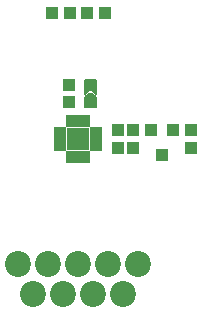
<source format=gbr>
%FSLAX34Y34*%
%MOMM*%
%LNSOLDERMASK_TOP*%
G71*
G01*
%ADD10R, 1.000X0.500*%
%ADD11R, 0.500X1.000*%
%ADD12C, 2.200*%
%ADD13R, 1.000X1.000*%
%ADD14R, 1.900X1.900*%
%ADD15R, 1.000X1.099*%
%ADD16C, 0.200*%
%LPD*%
X15002Y-2500D02*
G54D10*
D03*
X15002Y-7502D02*
G54D10*
D03*
X15002Y2501D02*
G54D10*
D03*
X-15000Y-2500D02*
G54D10*
D03*
X-15000Y-7502D02*
G54D10*
D03*
X-15001Y2501D02*
G54D10*
D03*
X2501Y-15002D02*
G54D11*
D03*
X7502Y-15002D02*
G54D11*
D03*
G36*
X-20000Y10001D02*
X-10000Y10001D01*
X-10000Y5001D01*
X-20000Y5001D01*
X-20000Y10001D01*
G37*
X-2500Y-15001D02*
G54D11*
D03*
X-7499Y-15001D02*
G54D11*
D03*
X2501Y15001D02*
G54D11*
D03*
X7502Y15002D02*
G54D11*
D03*
X15002Y7501D02*
G54D10*
D03*
X-2500Y15001D02*
G54D11*
D03*
X-7499Y15001D02*
G54D11*
D03*
X-2500Y15001D02*
G54D11*
D03*
X-50800Y-105570D02*
G54D12*
D03*
X-25400Y-105569D02*
G54D12*
D03*
X0Y-105569D02*
G54D12*
D03*
X25400Y-105569D02*
G54D12*
D03*
X50800Y-105570D02*
G54D12*
D03*
X-38100Y-130969D02*
G54D12*
D03*
X-12700Y-130969D02*
G54D12*
D03*
X12700Y-130969D02*
G54D12*
D03*
X38100Y-130969D02*
G54D12*
D03*
X-7500Y45877D02*
G54D13*
D03*
X-7499Y30876D02*
G54D13*
D03*
X34133Y-7500D02*
G54D13*
D03*
X34132Y7501D02*
G54D13*
D03*
X0Y0D02*
G54D14*
D03*
X80913Y7501D02*
G54D15*
D03*
X61914Y7501D02*
G54D15*
D03*
X71413Y-13505D02*
G54D15*
D03*
X95994Y7501D02*
G54D13*
D03*
X95995Y-7499D02*
G54D13*
D03*
X46833Y-7499D02*
G54D13*
D03*
X46832Y7501D02*
G54D13*
D03*
X22640Y106364D02*
G54D13*
D03*
X7640Y106363D02*
G54D13*
D03*
X-6647Y106363D02*
G54D13*
D03*
X-21648Y106362D02*
G54D13*
D03*
G36*
X5995Y49489D02*
X5995Y38377D01*
X9170Y41552D01*
X12345Y41552D01*
X15520Y38377D01*
X15520Y49489D01*
X5995Y49489D01*
G37*
G54D16*
X5995Y49489D02*
X5995Y38377D01*
X9170Y41552D01*
X12345Y41552D01*
X15520Y38377D01*
X15520Y49489D01*
X5995Y49489D01*
G36*
X5995Y35202D02*
X9170Y38377D01*
X12345Y38377D01*
X15520Y35202D01*
X15520Y27264D01*
X5995Y27264D01*
X5995Y35202D01*
G37*
G54D16*
X5995Y35202D02*
X9170Y38377D01*
X12345Y38377D01*
X15520Y35202D01*
X15520Y27264D01*
X5995Y27264D01*
X5995Y35202D01*
M02*

</source>
